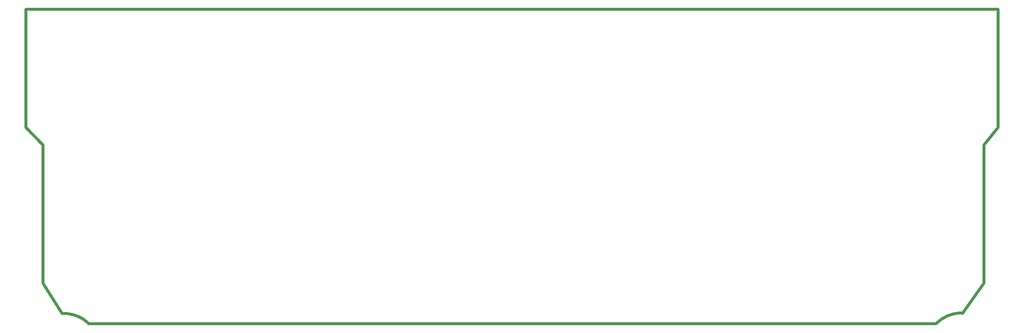
<source format=gbr>
G04 (created by PCBNEW-RS274X (2010-05-05 BZR 2356)-stable) date 12/12/2010 12:48:27 p.m.*
G01*
G70*
G90*
%MOIN*%
G04 Gerber Fmt 3.4, Leading zero omitted, Abs format*
%FSLAX34Y34*%
G04 APERTURE LIST*
%ADD10C,0.006000*%
%ADD11C,0.019700*%
G04 APERTURE END LIST*
G54D10*
G54D11*
X16167Y-33349D02*
X16013Y-33209D01*
X15848Y-33083D01*
X15672Y-32972D01*
X15487Y-32876D01*
X15295Y-32797D01*
X15096Y-32736D01*
X14893Y-32691D01*
X14687Y-32665D01*
X14480Y-32657D01*
X14397Y-32658D01*
X75802Y-32654D02*
X75595Y-32656D01*
X75387Y-32676D01*
X75183Y-32714D01*
X74982Y-32769D01*
X74787Y-32842D01*
X74599Y-32932D01*
X74419Y-33038D01*
X74250Y-33159D01*
X74092Y-33294D01*
X74017Y-33366D01*
X16181Y-33366D02*
X73986Y-33366D01*
X78248Y-11909D02*
X11909Y-11909D01*
X13091Y-30610D02*
X14390Y-32657D01*
X77264Y-30610D02*
X75807Y-32657D01*
X77264Y-21161D02*
X77264Y-30610D01*
X78248Y-19980D02*
X77264Y-21161D01*
X13091Y-21161D02*
X13091Y-30610D01*
X11909Y-19980D02*
X13091Y-21161D01*
X11909Y-11909D02*
X11909Y-19980D01*
X78248Y-11909D02*
X78248Y-19980D01*
M02*

</source>
